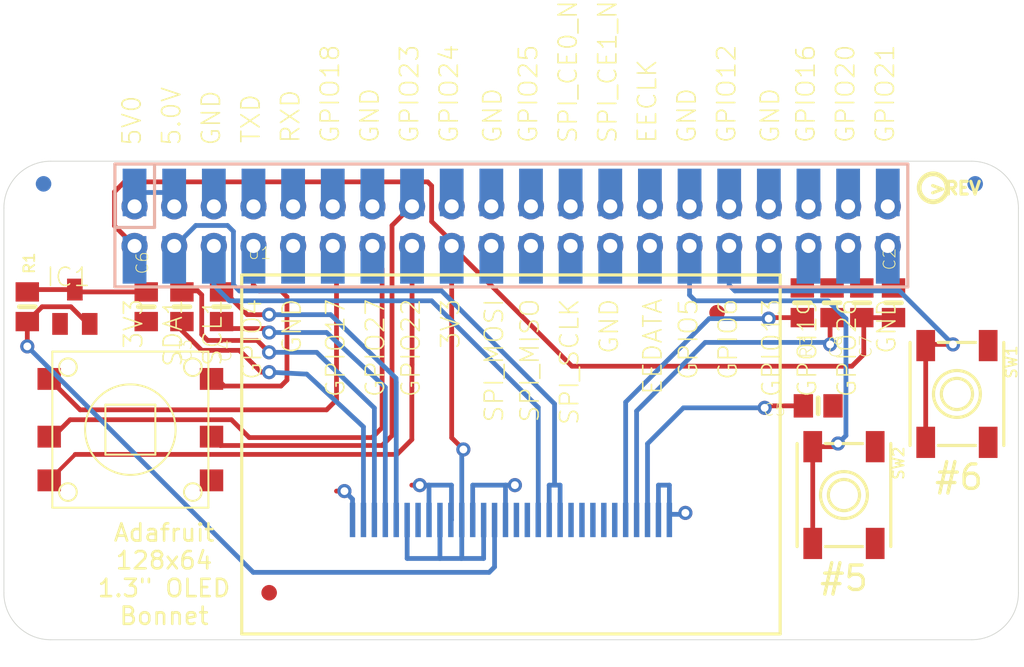
<source format=kicad_pcb>
(kicad_pcb (version 20211014) (generator pcbnew)
  (layers (0 "F.Cu" signal) (31 "B.Cu" signal) (34 "B.Paste" user) (35 "F.Paste" user) (36 "B.SilkS" user "B.Silkscreen") (37 "F.SilkS" user "F.Silkscreen") (38 "B.Mask" user) (39 "F.Mask" user) (44 "Edge.Cuts" user))
  (net 0 "")
  (net 1 "SCL")
  (net 2 "SDA")
  (net 3 "GND")
  (net 4 "RST")
  (net 5 "3.3V")
  (net 6 "N$3")
  (net 7 "N$4")
  (net 8 "N$5")
  (net 9 "N$6")
  (net 10 "N$7")
  (net 11 "N$11")
  (net 12 "N$12")
  (net 13 "5.0V")
  (net 14 "GPIO23")
  (net 15 "GPIO17")
  (net 16 "GPIO27")
  (net 17 "GPIO22")
  (net 18 "GPIO4")
  (net 19 "GPIO5")
  (net 20 "GPIO6")
  (footprint "boardEagle:0805-NO" (layer "F.Cu") (at 167.1567 98.7438 -90)
    (fp_text reference "R3" (at 2.032 -0.254 90) (layer "F.SilkS") (effects (font (size 0.75948 0.75948) (thickness 0.05332)) (justify right)))
    (fp_text value "390K")
    (pad "1" smd rect (at -0.95 0 270) (size 1.24 1.5) (layers "F.Cu" "F.Paste" "F.Mask") (net 3 "GND"))
    (pad "2" smd rect (at 0.95 0 270) (size 1.24 1.5) (layers "F.Cu" "F.Paste" "F.Mask") (net 6 "N$3"))
  )
  (footprint "boardEagle:FIDUCIAL_1MM" (layer "F.Cu") (at 132.9965 117.3216)
    (fp_text reference "FID2" hide)
    (fp_text value "FIDUCIAL_1MM" hide)
    (pad "1" smd roundrect (at 0 0) (size 1 1) (layers "F.Cu" "F.Mask") (roundrect_rratio 0.5))
  )
  (footprint "boardEagle:0805-NO" (layer "F.Cu") (at 127.4057 98.9978 -90)
    (fp_text reference "C3" (at 2.032 -0.254 90) (layer "F.SilkS") (effects (font (size 0.75948 0.75948) (thickness 0.05332)) (justify right)))
    (fp_text value "2.2uF")
    (pad "1" smd rect (at -0.95 0 270) (size 1.24 1.5) (layers "F.Cu" "F.Paste" "F.Mask") (net 8 "N$5"))
    (pad "2" smd rect (at 0.95 0 270) (size 1.24 1.5) (layers "F.Cu" "F.Paste" "F.Mask") (net 7 "N$4"))
  )
  (footprint "boardEagle:0805-NO" (layer "F.Cu") (at 117.4997 98.9978 90)
    (fp_text reference "R1" (at 2.032 0.127 90) (layer "F.SilkS") (effects (font (size 0.692831 0.692831) (thickness 0.119969)) (justify left)))
    (fp_text value "10K")
    (pad "1" smd rect (at -0.95 0 90) (size 1.24 1.5) (layers "F.Cu" "F.Paste" "F.Mask") (net 4 "RST"))
    (pad "2" smd rect (at 0.95 0 90) (size 1.24 1.5) (layers "F.Cu" "F.Paste" "F.Mask") (net 5 "3.3V"))
  )
  (footprint "boardEagle:EVQ-Q2_SMALLER" (layer "F.Cu") (at 169.8237 111.0628 -90)
    (fp_text reference "SW2" (at -3.175 -3.5 90) (layer "F.SilkS") (effects (font (size 0.692831 0.692831) (thickness 0.119969)) (justify right)))
    (fp_text value "EVQQ")
    (pad "A" smd rect (at -3.1 2 270) (size 2 1.2) (layers "F.Cu" "F.Paste" "F.Mask") (net 19 "GPIO5"))
    (pad "A'" smd rect (at 3.1 2 270) (size 2 1.2) (layers "F.Cu" "F.Paste" "F.Mask") (net 19 "GPIO5"))
    (pad "B" smd rect (at -3.1 -2 270) (size 2 1.2) (layers "F.Cu" "F.Paste" "F.Mask") (net 3 "GND"))
    (pad "B'" smd rect (at 3.1 -2 270) (size 2 1.2) (layers "F.Cu" "F.Paste" "F.Mask") (net 3 "GND"))
  )
  (footprint "boardEagle:EVQ-Q2_SMALLER" (layer "F.Cu") (at 177.0627 104.5858 -90)
    (fp_text reference "SW1" (at -3.175 -3.5 90) (layer "F.SilkS") (effects (font (size 0.692831 0.692831) (thickness 0.119969)) (justify right)))
    (fp_text value "EVQQ")
    (pad "A" smd rect (at -3.1 2 270) (size 2 1.2) (layers "F.Cu" "F.Paste" "F.Mask") (net 20 "GPIO6"))
    (pad "A'" smd rect (at 3.1 2 270) (size 2 1.2) (layers "F.Cu" "F.Paste" "F.Mask") (net 20 "GPIO6"))
    (pad "B" smd rect (at -3.1 -2 270) (size 2 1.2) (layers "F.Cu" "F.Paste" "F.Mask") (net 3 "GND"))
    (pad "B'" smd rect (at 3.1 -2 270) (size 2 1.2) (layers "F.Cu" "F.Paste" "F.Mask") (net 3 "GND"))
  )
  (footprint "boardEagle:0805-NO" (layer "F.Cu") (at 129.9457 98.9978 -90)
    (fp_text reference "C4" (at 2.032 -0.254 90) (layer "F.SilkS") (effects (font (size 0.75948 0.75948) (thickness 0.05332)) (justify right)))
    (fp_text value "2.2uF")
    (pad "1" smd rect (at -0.95 0 270) (size 1.24 1.5) (layers "F.Cu" "F.Paste" "F.Mask") (net 10 "N$7"))
    (pad "2" smd rect (at 0.95 0 270) (size 1.24 1.5) (layers "F.Cu" "F.Paste" "F.Mask") (net 9 "N$6"))
  )
  (footprint "boardEagle:PI_BONNET_THMSMT" (layer "F.Cu") (at 116.0011 120.3338)
    (fp_text reference "RPI1" hide)
    (fp_text value "RASPBERRYPI_BPLUS_BONNET_THMSMT" hide)
    (fp_text user "SPI_CE1_N" (at 39.3576 -31.7378 90) (layer "F.SilkS") (effects (font (size 1.1684 1.1684) (thickness 0.1016)) (justify left bottom)))
    (fp_text user "GPIO13" (at 48.5016 -21.9334 90) (layer "F.SilkS") (effects (font (size 1.1684 1.1684) (thickness 0.1016)) (justify right top)))
    (fp_text user "GPIO16" (at 52.0576 -31.7378 90) (layer "F.SilkS") (effects (font (size 1.1684 1.1684) (thickness 0.1016)) (justify left bottom)))
    (fp_text user "GND" (at 55.8676 -21.9334 90) (layer "F.SilkS") (effects (font (size 1.1684 1.1684) (thickness 0.1016)) (justify right top)))
    (fp_text user "GPIO24" (at 29.1976 -31.7378 90) (layer "F.SilkS") (effects (font (size 1.1684 1.1684) (thickness 0.1016)) (justify left bottom)))
    (fp_text user "EEDATA" (at 40.8816 -21.9334 90) (layer "F.SilkS") (effects (font (size 1.1684 1.1684) (thickness 0.1016)) (justify right top)))
    (fp_text user "GPIO6" (at 45.7076 -21.9334 90) (layer "F.SilkS") (effects (font (size 1.1684 1.1684) (thickness 0.1016)) (justify right top)))
    (fp_text user "GPIO22" (at 25.3876 -21.9334 90) (layer "F.SilkS") (effects (font (size 1.1684 1.1684) (thickness 0.1016)) (justify right top)))
    (fp_text user "3V3" (at 27.9276 -21.9334 90) (layer "F.SilkS") (effects (font (size 1.1684 1.1684) (thickness 0.1016)) (justify right top)))
    (fp_text user "RXD" (at 19.0376 -31.7378 90) (layer "F.SilkS") (effects (font (size 1.1684 1.1684) (thickness 0.1016)) (justify left bottom)))
    (fp_text user "SPI_MOSI" (at 30.7216 -21.9334 90) (layer "F.SilkS") (effects (font (size 1.1684 1.1684) (thickness 0.1016)) (justify right top)))
    (fp_text user "GPIO18" (at 21.5776 -31.7378 90) (layer "F.SilkS") (effects (font (size 1.1684 1.1684) (thickness 0.1016)) (justify left bottom)))
    (fp_text user "SPI_SCLK" (at 35.5476 -21.9334 90) (layer "F.SilkS") (effects (font (size 1.1684 1.1684) (thickness 0.1016)) (justify right top)))
    (fp_text user "GND" (at 17.7676 -21.9334 90) (layer "F.SilkS") (effects (font (size 1.1684 1.1684) (thickness 0.1016)) (justify right top)))
    (fp_text user "GPIO21" (at 57.1376 -31.7378 90) (layer "F.SilkS") (effects (font (size 1.1684 1.1684) (thickness 0.1016)) (justify left bottom)))
    (fp_text user "SCL1" (at 12.6876 -21.9334 90) (layer "F.SilkS") (effects (font (size 1.1684 1.1684) (thickness 0.1016)) (justify right top)))
    (fp_text user "SPI_CE0_N" (at 36.8176 -31.7378 90) (layer "F.SilkS") (effects (font (size 1.1684 1.1684) (thickness 0.1016)) (justify left bottom)))
    (fp_text user "GND" (at 24.1176 -31.7378 90) (layer "F.SilkS") (effects (font (size 1.1684 1.1684) (thickness 0.1016)) (justify left bottom)))
    (fp_text user "SPI_MISO" (at 33.0076 -21.9334 90) (layer "F.SilkS") (effects (font (size 1.1684 1.1684) (thickness 0.1016)) (justify right top)))
    (fp_text user "GND" (at 13.9576 -31.5854 90) (layer "F.SilkS") (effects (font (size 1.1684 1.1684) (thickness 0.1016)) (justify left bottom)))
    (fp_text user "GND" (at 49.7716 -31.7378 90) (layer "F.SilkS") (effects (font (size 1.1684 1.1684) (thickness 0.1016)) (justify left bottom)))
    (fp_text user "5V0" (at 8.8776 -31.5854 90) (layer "F.SilkS") (effects (font (size 1.1684 1.1684) (thickness 0.1016)) (justify left bottom)))
    (fp_text user "EECLK" (at 41.8976 -31.7378 90) (layer "F.SilkS") (effects (font (size 1.1684 1.1684) (thickness 0.1016)) (justify left bottom)))
    (fp_text user "5.0V" (at 11.4176 -31.5854 90) (layer "F.SilkS") (effects (font (size 1.1684 1.1684) (thickness 0.1016)) (justify left bottom)))
    (fp_text user "GPIO17" (at 20.5616 -21.9334 90) (layer "F.SilkS") (effects (font (size 1.1684 1.1684) (thickness 0.1016)) (justify right top)))
    (fp_text user "GPIO12" (at 46.9776 -31.7378 90) (layer "F.SilkS") (effects (font (size 1.1684 1.1684) (thickness 0.1016)) (justify left bottom)))
    (fp_text user "GND" (at 38.0876 -21.9334 90) (layer "F.SilkS") (effects (font (size 1.1684 1.1684) (thickness 0.1016)) (justify right top)))
    (fp_text user "TXD" (at 16.4976 -31.7378 90) (layer "F.SilkS") (effects (font (size 1.1684 1.1684) (thickness 0.1016)) (justify left bottom)))
    (fp_text user "GPIO27" (at 23.1016 -21.9334 90) (layer "F.SilkS") (effects (font (size 1.1684 1.1684) (thickness 0.1016)) (justify right top)))
    (fp_text user "SDA1" (at 10.1476 -21.9334 90) (layer "F.SilkS") (effects (font (size 1.1684 1.1684) (thickness 0.1016)) (justify right top)))
    (fp_text user "3V3" (at 7.6076 -21.9334 90) (layer "F.SilkS") (effects (font (size 1.1684 1.1684) (thickness 0.1016)) (justify right top)))
    (fp_text user "GPIO25" (at 34.2776 -31.7378 90) (layer "F.SilkS") (effects (font (size 1.1684 1.1684) (thickness 0.1016)) (justify left bottom)))
    (fp_text user "GPIO26" (at 53.3276 -21.9334 90) (layer "F.SilkS") (effects (font (size 1.1684 1.1684) (thickness 0.1016)) (justify right top)))
    (fp_text user "GPIO20" (at 54.5976 -31.7378 90) (layer "F.SilkS") (effects (font (size 1.1684 1.1684) (thickness 0.1016)) (justify left bottom)))
    (fp_text user "GND" (at 44.4376 -31.7378 90) (layer "F.SilkS") (effects (font (size 1.1684 1.1684) (thickness 0.1016)) (justify left bottom)))
    (fp_text user "GPIO4" (at 15.2276 -21.9334 90) (layer "F.SilkS") (effects (font (size 1.1684 1.1684) (thickness 0.1016)) (justify right top)))
    (fp_text user "GPIO5" (at 43.1676 -21.9334 90) (layer "F.SilkS") (effects (font (size 1.1684 1.1684) (thickness 0.1016)) (justify right top)))
    (fp_text user "GPIO23" (at 26.6576 -31.7378 90) (layer "F.SilkS") (effects (font (size 1.1684 1.1684) (thickness 0.1016)) (justify left bottom)))
    (fp_text user "GND" (at 31.9916 -31.7378 90) (layer "F.SilkS") (effects (font (size 1.1684 1.1684) (thickness 0.1016)) (justify left bottom)))
    (fp_text user "GPOI19" (at 50.7876 -21.9334 90) (layer "F.SilkS") (effects (font (size 1.1684 1.1684) (thickness 0.1016)) (justify right top)))
    (fp_line (start 0 -27.6604) (end 0 -3) (layer "Edge.Cuts") (width 0.05))
    (fp_line (start 62 -30.6604) (end 3 -30.6604) (layer "Edge.Cuts") (width 0.05))
    (fp_line (start 65 -3) (end 65 -27.6604) (layer "Edge.Cuts") (width 0.05))
    (fp_line (start 3 0) (end 62 0) (layer "Edge.Cuts") (width 0.05))
    (fp_arc (start 0 -27.6604) (mid 0.87868 -29.78172) (end 3 -30.6604) (layer "Edge.Cuts") (width 0.05))
    (fp_arc (start 3 0) (mid 0.87868 -0.87868) (end 0 -3) (layer "Edge.Cuts") (width 0.05))
    (fp_arc (start 62 -30.6604) (mid 64.12132 -29.78172) (end 65 -27.6604) (layer "Edge.Cuts") (width 0.05))
    (fp_arc (start 65 -3) (mid 64.12132 -0.87868) (end 62 0) (layer "Edge.Cuts") (width 0.05))
    (pad "" np_thru_hole circle (at 3.5 -3.5) (size 2.8 2.8) (drill 2.8) (layers *.Cu *.Mask))
    (pad "" np_thru_hole circle (at 3.5 -26.5) (size 2.8 2.8) (drill 2.8) (layers *.Cu *.Mask))
    (pad "" np_thru_hole circle (at 61.5 -3.5) (size 2.8 2.8) (drill 2.8) (layers *.Cu *.Mask))
    (pad "" np_thru_hole circle (at 61.5 -26.5) (size 2.8 2.8) (drill 2.8) (layers *.Cu *.Mask))
    (pad "1" thru_hole circle (at 8.37 -25.23) (size 1.6764 1.6764) (drill 0.9) (layers *.Cu *.Mask) (net 5 "3.3V"))
    (pad "2" thru_hole circle (at 8.37 -27.77) (size 1.6764 1.6764) (drill 0.9) (layers *.Cu *.Mask) (net 13 "5.0V"))
    (pad "3" thru_hole circle (at 10.91 -25.23) (size 1.6764 1.6764) (drill 0.9) (layers *.Cu *.Mask) (net 2 "SDA"))
    (pad "4" thru_hole circle (at 10.91 -27.77) (size 1.6764 1.6764) (drill 0.9) (layers *.Cu *.Mask) (net 13 "5.0V"))
    (pad "5" thru_hole circle (at 13.45 -25.23) (size 1.6764 1.6764) (drill 0.9) (layers *.Cu *.Mask) (net 1 "SCL"))
    (pad "6" thru_hole circle (at 13.45 -27.77) (size 1.6764 1.6764) (drill 0.9) (layers *.Cu *.Mask) (net 3 "GND"))
    (pad "7" thru_hole circle (at 15.99 -25.23) (size 1.6764 1.6764) (drill 0.9) (layers *.Cu *.Mask) (net 18 "GPIO4"))
    (pad "8" thru_hole circle (at 15.99 -27.77) (size 1.6764 1.6764) (drill 0.9) (layers *.Cu *.Mask))
    (pad "9" thru_hole circle (at 18.53 -25.23) (size 1.6764 1.6764) (drill 0.9) (layers *.Cu *.Mask) (net 3 "GND"))
    (pad "10" thru_hole circle (at 18.53 -27.77) (size 1.6764 1.6764) (drill 0.9) (layers *.Cu *.Mask))
    (pad "11" thru_hole circle (at 21.07 -25.23) (size 1.6764 1.6764) (drill 0.9) (layers *.Cu *.Mask) (net 15 "GPIO17"))
    (pad "12" thru_hole circle (at 21.07 -27.77) (size 1.6764 1.6764) (drill 0.9) (layers *.Cu *.Mask))
    (pad "13" thru_hole circle (at 23.61 -25.23) (size 1.6764 1.6764) (drill 0.9) (layers *.Cu *.Mask) (net 16 "GPIO27"))
    (pad "14" thru_hole circle (at 23.61 -27.77) (size 1.6764 1.6764) (drill 0.9) (layers *.Cu *.Mask) (net 3 "GND"))
    (pad "15" thru_hole circle (at 26.15 -25.23) (size 1.6764 1.6764) (drill 0.9) (layers *.Cu *.Mask) (net 17 "GPIO22"))
    (pad "16" thru_hole circle (at 26.15 -27.77) (size 1.6764 1.6764) (drill 0.9) (layers *.Cu *.Mask) (net 14 "GPIO23"))
    (pad "17" thru_hole circle (at 28.69 -25.23) (size 1.6764 1.6764) (drill 0.9) (layers *.Cu *.Mask) (net 5 "3.3V"))
    (pad "18" thru_hole circle (at 28.69 -27.77) (size 1.6764 1.6764) (drill 0.9) (layers *.Cu *.Mask))
    (pad "19" thru_hole circle (at 31.23 -25.23) (size 1.6764 1.6764) (drill 0.9) (layers *.Cu *.Mask))
    (pad "20" thru_hole circle (at 31.23 -27.77) (size 1.6764 1.6764) (drill 0.9) (layers *.Cu *.Mask) (net 3 "GND"))
    (pad "21" thru_hole circle (at 33.77 -25.23) (size 1.6764 1.6764) (drill 0.9) (layers *.Cu *.Mask))
    (pad "22" thru_hole circle (at 33.77 -27.77) (size 1.6764 1.6764) (drill 0.9) (layers *.Cu *.Mask))
    (pad "23" thru_hole circle (at 36.31 -25.23) (size 1.6764 1.6764) (drill 0.9) (layers *.Cu *.Mask))
    (pad "24" thru_hole circle (at 36.31 -27.77) (size 1.6764 1.6764) (drill 0.9) (layers *.Cu *.Mask))
    (pad "25" thru_hole circle (at 38.85 -25.23) (size 1.6764 1.6764) (drill 0.9) (layers *.Cu *.Mask) (net 3 "GND"))
    (pad "26" thru_hole circle (at 38.85 -27.77) (size 1.6764 1.6764) (drill 0.9) (layers *.Cu *.Mask))
    (pad "27" thru_hole circle (at 41.39 -25.23) (size 1.6764 1.6764) (drill 0.9) (layers *.Cu *.Mask))
    (pad "28" thru_hole circle (at 41.39 -27.77) (size 1.6764 1.6764) (drill 0.9) (layers *.Cu *.Mask))
    (pad "29" thru_hole circle (at 43.93 -25.23) (size 1.6764 1.6764) (drill 0.9) (layers *.Cu *.Mask) (net 19 "GPIO5"))
    (pad "30" thru_hole circle (at 43.93 -27.77) (size 1.6764 1.6764) (drill 0.9) (layers *.Cu *.Mask) (net 3 "GND"))
    (pad "31" thru_hole circle (at 46.47 -25.23) (size 1.6764 1.6764) (drill 0.9) (layers *.Cu *.Mask) (net 20 "GPIO6"))
    (pad "32" thru_hole circle (at 46.47 -27.77) (size 1.6764 1.6764) (drill 0.9) (layers *.Cu *.Mask))
    (pad "33" thru_hole circle (at 49.01 -25.23) (size 1.6764 1.6764) (drill 0.9) (layers *.Cu *.Mask))
    (pad "34" thru_hole circle (at 49.01 -27.77) (size 1.6764 1.6764) (drill 0.9) (layers *.Cu *.Mask) (net 3 "GND"))
    (pad "35" thru_hole circle (at 51.55 -25.23) (size 1.6764 1.6764) (drill 0.9) (layers *.Cu *.Mask))
    (pad "36" thru_hole circle (at 51.55 -27.77) (size 1.6764 1.6764) (drill 0.9) (layers *.Cu *.Mask))
    (pad "37" thru_hole circle (at 54.09 -25.23) (size 1.6764 1.6764) (drill 0.9) (layers *.Cu *.Mask))
    (pad "38" thru_hole circle (at 54.09 -27.77) (size 1.6764 1.6764) (drill 0.9) (layers *.Cu *.Mask))
    (pad "39" thru_hole circle (at 56.63 -25.23) (size 1.6764 1.6764) (drill 0.9) (layers *.Cu *.Mask) (net 3 "GND"))
    (pad "40" thru_hole circle (at 56.63 -27.77) (size 1.6764 1.6764) (drill 0.9) (layers *.Cu *.Mask))
    (pad "41" smd roundrect (at 2.54 -29.21 180) (size 1 1) (layers "B.Cu" "B.Mask") (roundrect_rratio 0.5))
    (pad "42" smd roundrect (at 62.23 -29.21 180) (size 1 1) (layers "B.Cu" "B.Mask") (roundrect_rratio 0.5))
    (pad "S1" smd rect (at 8.3696 -24.3394 270) (size 3.048 1.524) (layers "B.Cu" "B.Mask") (net 5 "3.3V"))
    (pad "S2" smd rect (at 8.3696 -28.6574 270) (size 3.048 1.524) (layers "B.Cu" "B.Mask") (net 13 "5.0V"))
    (pad "S3" smd rect (at 10.9096 -24.3394 90) (size 3.048 1.524) (layers "B.Cu" "B.Mask") (net 2 "SDA"))
    (pad "S4" smd rect (at 10.9096 -28.6574 270) (size 3.048 1.524) (layers "B.Cu" "B.Mask") (net 13 "5.0V"))
    (pad "S5" smd rect (at 13.4496 -24.3394 90) (size 3.048 1.524) (layers "B.Cu" "B.Mask") (net 1 "SCL"))
    (pad "S6" smd rect (at 13.4496 -28.6574 270) (size 3.048 1.524) (layers "B.Cu" "B.Mask") (net 3 "GND"))
    (pad "S7" smd rect (at 15.9896 -24.3394 90) (size 3.048 1.524) (layers "B.Cu" "B.Mask") (net 18 "GPIO4"))
    (pad "S8" smd rect (at 15.9896 -28.6574 270) (size 3.048 1.524) (layers "B.Cu" "B.Mask"))
    (pad "S9" smd rect (at 18.5296 -24.3394 90) (size 3.048 1.524) (layers "B.Cu" "B.Mask") (net 3 "GND"))
    (pad "S10" smd rect (at 18.5296 -28.6574 270) (size 3.048 1.524) (layers "B.Cu" "B.Mask"))
    (pad "S11" smd rect (at 21.0696 -24.3394 90) (size 3.048 1.524) (layers "B.Cu" "B.Mask") (net 15 "GPIO17"))
    (pad "S12" smd rect (at 21.0696 -28.6574 270) (size 3.048 1.524) (layers "B.Cu" "B.Mask"))
    (pad "S13" smd rect (at 23.6096 -24.3394 90) (size 3.048 1.524) (layers "B.Cu" "B.Mask") (net 16 "GPIO27"))
    (pad "S14" smd rect (at 23.6096 -28.6574 270) (size 3.048 1.524) (layers "B.Cu" "B.Mask") (net 3 "GND"))
    (pad "S15" smd rect (at 26.1496 -24.3394 90) (size 3.048 1.524) (layers "B.Cu" "B.Mask") (net 17 "GPIO22"))
    (pad "S16" smd rect (at 26.1496 -28.6574 270) (size 3.048 1.524) (layers "B.Cu" "B.Mask") (net 14 "GPIO23"))
    (pad "S17" smd rect (at 28.6896 -24.3394 90) (size 3.048 1.524) (layers "B.Cu" "B.Mask") (net 5 "3.3V"))
    (pad "S18" smd rect (at 28.6896 -28.6574 270) (size 3.048 1.524) (layers "B.Cu" "B.Mask"))
    (pad "S19" smd rect (at 31.2296 -24.3394 90) (size 3.048 1.524) (layers "B.Cu" "B.Mask"))
    (pad "S20" smd rect (at 31.2296 -28.6574 270) (size 3.048 1.524) (layers "B.Cu" "B.Mask") (net 3 "GND"))
    (pad "S21" smd rect (at 33.7696 -24.3394 90) (size 3.048 1.524) (layers "B.Cu" "B.Mask"))
    (pad "S22" smd rect (at 33.7696 -28.6574 270) (size 3.048 1.524) (layers "B.Cu" "B.Mask"))
    (pad "S23" smd rect (at 36.3096 -24.3394 90) (size 3.048 1.524) (layers "B.Cu" "B.Mask"))
    (pad "S24" smd rect (at 36.3096 -28.6574 270) (size 3.048 1.524) (layers "B.Cu" "B.Mask"))
    (pad "S25" smd rect (at 38.8496 -24.3394 90) (size 3.048 1.524) (layers "B.Cu" "B.Mask") (net 3 "GND"))
    (pad "S26" smd rect (at 38.8496 -28.6574 270) (size 3.048 1.524) (layers "B.Cu" "B.Mask"))
    (pad "S27" smd rect (at 41.3896 -24.3394 90) (size 3.048 1.524) (layers "B.Cu" "B.Mask"))
    (pad "S28" smd rect (at 41.3896 -28.6574 270) (size 3.048 1.524) (layers "B.Cu" "B.Mask"))
    (pad "S29" smd rect (at 43.9296 -24.3394 90) (size 3.048 1.524) (layers "B.Cu" "B.Mask") (net 19 "GPIO5"))
    (pad "S30" smd rect (at 43.9296 -28.6574 270) (size 3.048 1.524) (layers "B.Cu" "B.Mask") (net 3 "GND"))
    (pad "S31" smd rect (at 46.4696 -24.3394 90) (size 3.048 1.524) (layers "B.Cu" "B.Mask") (net 20 "GPIO6"))
    (pad "S32" smd rect (at 46.4696 -28.6574 270) (size 3.048 1.524) (layers "B.Cu" "B.Mask"))
    (pad "S33" smd rect (at 49.0096 -24.3394 90) (size 3.048 1.524) (layers "B.Cu" "B.Mask"))
    (pad "S34" smd rect (at 49.0096 -28.6574 270) (size 3.048 1.524) (layers "B.Cu" "B.Mask") (net 3 "GND"))
    (pad "S35" smd rect (at 51.5496 -24.3394 90) (size 3.048 1.524) (layers "B.Cu" "B.Mask"))
    (pad "S36" smd rect (at 51.5496 -28.6574 270) (size 3.048 1.524) (layers "B.Cu" "B.Mask"))
    (pad "S37" smd rect (at 54.0896 -24.3394 90) (size 3.048 1.524) (layers "B.Cu" "B.Mask"))
    (pad "S38" smd rect (at 54.0896 -28.6574 270) (size 3.048 1.524) (layers "B.Cu" "B.Mask"))
    (pad "S39" smd rect (at 56.6296 -24.3394 90) (size 3.048 1.524) (layers "B.Cu" "B.Mask") (net 3 "GND"))
    (pad "S40" smd rect (at 56.6296 -28.6574 270) (size 3.048 1.524) (layers "B.Cu" "B.Mask"))
  )
  (footprint "boardEagle:FIDUCIAL_1MM" (layer "F.Cu") (at 161.6957 99.3788)
    (fp_text reference "FID1" hide)
    (fp_text value "FIDUCIAL_1MM" hide)
    (pad "1" smd roundrect (at 0 0) (size 1 1) (layers "F.Cu" "F.Mask") (roundrect_rratio 0.5))
  )
  (footprint "boardEagle:SOT23" (layer "F.Cu") (at 120.5477 98.9978)
    (fp_text reference "IC1" (at -1.905 -1.905) (layer "F.SilkS") (effects (font (size 1.176528 1.176528) (thickness 0.093472)) (justify left)))
    (fp_text value "APX803")
    (pad "1" smd rect (at -0.95 1.1) (size 1 1.4) (layers "F.Cu" "F.Paste" "F.Mask") (net 3 "GND"))
    (pad "2" smd rect (at 0.95 1.1) (size 1 1.4) (layers "F.Cu" "F.Paste" "F.Mask") (net 4 "RST"))
    (pad "3" smd rect (at 0 -1.1) (size 1 1.4) (layers "F.Cu" "F.Paste" "F.Mask") (net 5 "3.3V"))
  )
  (footprint "boardEagle:0805-NO" (layer "F.Cu") (at 168.1727 105.3478 180)
    (fp_text reference "C5" (at 2.032 -0.254) (layer "F.SilkS") (effects (font (size 0.75948 0.75948) (thickness 0.05332)) (justify right)))
    (fp_text value "10uF")
    (pad "1" smd rect (at -0.95 0 180) (size 1.24 1.5) (layers "F.Cu" "F.Paste" "F.Mask") (net 3 "GND"))
    (pad "2" smd rect (at 0.95 0 180) (size 1.24 1.5) (layers "F.Cu" "F.Paste" "F.Mask") (net 11 "N$11"))
  )
  (footprint "boardEagle:PCBFEAT-REV-040" (layer "F.Cu") (at 175.5387 91.3778)
    (fp_text reference "U$2" hide)
    (fp_text value "" hide)
    (fp_text user ">REV" (at -0.3556 0.508) (layer "F.SilkS") (effects (font (size 0.8128 0.8128) (thickness 0.2032)) (justify left bottom)))
  )
  (footprint "boardEagle:0805-NO" (layer "F.Cu") (at 172.9987 98.7438 90)
    (fp_text reference "C2" (at 2.032 -0.254 90) (layer "F.SilkS") (effects (font (size 0.75948 0.75948) (thickness 0.05332)) (justify left)))
    (fp_text value "10uF")
    (pad "1" smd rect (at -0.95 0 90) (size 1.24 1.5) (layers "F.Cu" "F.Paste" "F.Mask") (net 5 "3.3V"))
    (pad "2" smd rect (at 0.95 0 90) (size 1.24 1.5) (layers "F.Cu" "F.Paste" "F.Mask") (net 3 "GND"))
  )
  (footprint "boardEagle:SKQUBAE010" (layer "F.Cu") (at 124.1037 106.8718)
    (fp_text reference "SW3" hide)
    (fp_text value "NAVSWITCHSKQUABAUE010" hide)
    (pad "1" smd rect (at -5.2 -3.25 180) (size 1.5 1.4) (layers "F.Cu" "F.Paste" "F.Mask") (net 15 "GPIO17"))
    (pad "2" smd rect (at -5.2 0.45 180) (size 1.5 1.4) (layers "F.Cu" "F.Paste" "F.Mask") (net 16 "GPIO27"))
    (pad "3" smd rect (at -5.2 3.25 180) (size 1.5 1.4) (layers "F.Cu" "F.Paste" "F.Mask") (net 17 "GPIO22"))
    (pad "4" smd rect (at 5.2 3.25 180) (size 1.5 1.4) (layers "F.Cu" "F.Paste" "F.Mask") (net 3 "GND"))
    (pad "5" smd rect (at 5.2 0.45 180) (size 1.5 1.4) (layers "F.Cu" "F.Paste" "F.Mask") (net 14 "GPIO23"))
    (pad "6" smd rect (at 5.2 -3.25 180) (size 1.5 1.4) (layers "F.Cu" "F.Paste" "F.Mask") (net 18 "GPIO4"))
  )
  (footprint "boardEagle:0805-NO" (layer "F.Cu") (at 169.0617 98.7438 -90)
    (fp_text reference "C8" (at 2.032 -0.254 90) (layer "F.SilkS") (effects (font (size 0.75948 0.75948) (thickness 0.05332)) (justify right)))
    (fp_text value "2.2uF")
    (pad "1" smd rect (at -0.95 0 270) (size 1.24 1.5) (layers "F.Cu" "F.Paste" "F.Mask") (net 3 "GND"))
    (pad "2" smd rect (at 0.95 0 270) (size 1.24 1.5) (layers "F.Cu" "F.Paste" "F.Mask") (net 12 "N$12"))
  )
  (footprint "boardEagle:0805-NO" (layer "F.Cu") (at 125.1197 98.9978 90)
    (fp_text reference "C6" (at 2.032 -0.254 90) (layer "F.SilkS") (effects (font (size 0.75948 0.75948) (thickness 0.05332)) (justify left)))
    (fp_text value "2.2uF")
    (pad "1" smd rect (at -0.95 0 90) (size 1.24 1.5) (layers "F.Cu" "F.Paste" "F.Mask") (net 3 "GND"))
    (pad "2" smd rect (at 0.95 0 90) (size 1.24 1.5) (layers "F.Cu" "F.Paste" "F.Mask") (net 5 "3.3V"))
  )
  (footprint "boardEagle:UG-2864HSWEG01_1.3_WRAPAROUND" (layer "F.Cu") (at 148.4877 112.4598)
    (fp_text reference "U1" (at -16.9 -16.9) (layer "F.SilkS") (effects (font (size 0.75948 0.75948) (thickness 0.05332)) (justify left)))
    (fp_text value "UG-2864HSWEG01")
    (pad "" np_thru_hole circle (at -8 4.45) (size 0.4 0.4) (drill 0.4) (layers *.Cu *.Mask))
    (pad "" np_thru_hole circle (at 8 4.45) (size 0.4 0.4) (drill 0.4) (layers *.Cu *.Mask))
    (pad "1" smd rect (at -10.15 0.2 90) (size 2.2 0.35) (layers "B.Cu" "B.Paste" "B.Mask") (net 3 "GND"))
    (pad "2" smd rect (at -9.45 0.2 90) (size 2.2 0.35) (layers "B.Cu" "B.Paste" "B.Mask") (net 7 "N$4"))
    (pad "3" smd rect (at -8.75 0.2 90) (size 2.2 0.35) (layers "B.Cu" "B.Paste" "B.Mask") (net 8 "N$5"))
    (pad "4" smd rect (at -8.05 0.2 90) (size 2.2 0.35) (layers "B.Cu" "B.Paste" "B.Mask") (net 9 "N$6"))
    (pad "5" smd rect (at -7.35 0.2 90) (size 2.2 0.35) (layers "B.Cu" "B.Paste" "B.Mask") (net 10 "N$7"))
    (pad "6" smd rect (at -6.65 0.2 90) (size 2.2 0.35) (layers "B.Cu" "B.Paste" "B.Mask") (net 5 "3.3V"))
    (pad "7" smd rect (at -5.95 0.2 90) (size 2.2 0.35) (layers "B.Cu" "B.Paste" "B.Mask"))
    (pad "8" smd rect (at -5.25 0.2 90) (size 2.2 0.35) (layers "B.Cu" "B.Paste" "B.Mask") (net 3 "GND"))
    (pad "9" smd rect (at -4.55 0.2 90) (size 2.2 0.35) (layers "B.Cu" "B.Paste" "B.Mask") (net 5 "3.3V"))
    (pad "10" smd rect (at -3.85 0.2 90) (size 2.2 0.35) (layers "B.Cu" "B.Paste" "B.Mask") (net 3 "GND"))
    (pad "11" smd rect (at -3.15 0.2 90) (size 2.2 0.35) (layers "B.Cu" "B.Paste" "B.Mask") (net 5 "3.3V"))
    (pad "12" smd rect (at -2.45 0.2 90) (size 2.2 0.35) (layers "B.Cu" "B.Paste" "B.Mask") (net 3 "GND"))
    (pad "13" smd rect (at -1.75 0.2 90) (size 2.2 0.35) (layers "B.Cu" "B.Paste" "B.Mask") (net 5 "3.3V"))
    (pad "14" smd rect (at -1.05 0.2 90) (size 2.2 0.35) (layers "B.Cu" "B.Paste" "B.Mask") (net 4 "RST"))
    (pad "15" smd rect (at -0.35 0.2 90) (size 2.2 0.35) (layers "B.Cu" "B.Paste" "B.Mask") (net 3 "GND"))
    (pad "16" smd rect (at 0.35 0.2 90) (size 2.2 0.35) (layers "B.Cu" "B.Paste" "B.Mask"))
    (pad "17" smd rect (at 1.05 0.2 90) (size 2.2 0.35) (layers "B.Cu" "B.Paste" "B.Mask"))
    (pad "18" smd rect (at 1.75 0.2 90) (size 2.2 0.35) (layers "B.Cu" "B.Paste" "B.Mask") (net 1 "SCL"))
    (pad "19" smd rect (at 2.45 0.2 90) (size 2.2 0.35) (layers "B.Cu" "B.Paste" "B.Mask") (net 2 "SDA"))
    (pad "20" smd rect (at 3.15 0.2 90) (size 2.2 0.35) (layers "B.Cu" "B.Paste" "B.Mask") (net 2 "SDA"))
    (pad "21" smd rect (at 3.85 0.2 90) (size 2.2 0.35) (layers "B.Cu" "B.Paste" "B.Mask"))
    (pad "22" smd rect (at 4.55 0.2 90) (size 2.2 0.35) (layers "B.Cu" "B.Paste" "B.Mask"))
    (pad "23" smd rect (at 5.25 0.2 90) (size 2.2 0.35) (layers "B.Cu" "B.Paste" "B.Mask"))
    (pad "24" smd rect (at 5.95 0.2 90) (size 2.2 0.35) (layers "B.Cu" "B.Paste" "B.Mask"))
    (pad "25" smd rect (at 6.65 0.2 90) (size 2.2 0.35) (layers "B.Cu" "B.Paste" "B.Mask"))
    (pad "26" smd rect (at 7.35 0.2 90) (size 2.2 0.35) (layers "B.Cu" "B.Paste" "B.Mask") (net 6 "N$3"))
    (pad "27" smd rect (at 8.05 0.2 90) (size 2.2 0.35) (layers "B.Cu" "B.Paste" "B.Mask") (net 12 "N$12"))
    (pad "28" smd rect (at 8.75 0.2 90) (size 2.2 0.35) (layers "B.Cu" "B.Paste" "B.Mask") (net 11 "N$11"))
    (pad "29" smd rect (at 9.45 0.2 90) (size 2.2 0.35) (layers "B.Cu" "B.Paste" "B.Mask") (net 3 "GND"))
    (pad "30" smd rect (at 10.15 0.2 90) (size 2.2 0.35) (layers "B.Cu" "B.Paste" "B.Mask") (net 3 "GND"))
  )
  (footprint "boardEagle:0805-NO" (layer "F.Cu") (at 170.9667 98.7438 -90)
    (fp_text reference "C7" (at 2.032 -0.254 90) (layer "F.SilkS") (effects (font (size 0.75948 0.75948) (thickness 0.05332)) (justify right)))
    (fp_text value "2.2uF")
    (pad "1" smd rect (at -0.95 0 270) (size 1.24 1.5) (layers "F.Cu" "F.Paste" "F.Mask") (net 3 "GND"))
    (pad "2" smd rect (at 0.95 0 270) (size 1.24 1.5) (layers "F.Cu" "F.Paste" "F.Mask") (net 5 "3.3V"))
  )
  (gr_text "#5" (at 169.8237 116.3968) (layer "F.SilkS") (effects (font (size 1.56464 1.56464) (thickness 0.21336))))
  (gr_text "Adafruit\n128x64\n1.3\" OLED\nBonnet" (at 126.2627 116.1428) (layer "F.SilkS") (effects (font (size 1.1049 1.1049) (thickness 0.1651))))
  (gr_text "#6" (at 177.1897 109.9198) (layer "F.SilkS") (effects (font (size 1.56464 1.56464) (thickness 0.21336))))
  (segment (start 130.4537 98.6168) (end 143.4077 98.6168) (width 0.3048) (layer "B.Cu") (net 1))
  (segment (start 129.4507 97.6138) (end 130.4537 98.6168) (width 0.3048) (layer "B.Cu") (net 1))
  (segment (start 129.4507 95.9944) (end 129.4507 97.6138) (width 0.3048) (layer "B.Cu") (net 1))
  (segment (start 150.2377 105.4468) (end 150.2377 112.6598) (width 0.3048) (layer "B.Cu") (net 1))
  (segment (start 129.4511 95.994) (end 129.4511 95.1038) (width 0.3048) (layer "B.Cu") (net 1))
  (segment (start 143.4077 98.6168) (end 150.2377 105.4468) (width 0.3048) (layer "B.Cu") (net 1))
  (segment (start 129.4507 95.9944) (end 129.4511 95.994) (width 0.3048) (layer "B.Cu") (net 1))
  (segment (start 144.0427 97.9818) (end 151.2817 105.2208) (width 0.3048) (layer "B.Cu") (net 2))
  (segment (start 128.2947 93.7908) (end 130.3267 93.7908) (width 0.3048) (layer "B.Cu") (net 2))
  (segment (start 130.7077 94.1718) (end 130.7077 97.6008) (width 0.3048) (layer "B.Cu") (net 2))
  (segment (start 151.6377 110.4278) (end 151.6377 112.6598) (width 0.3048) (layer "B.Cu") (net 2))
  (segment (start 130.7077 97.6008) (end 131.0887 97.9818) (width 0.3048) (layer "B.Cu") (net 2))
  (segment (start 126.9107 95.1748) (end 128.2947 93.7908) (width 0.3048) (layer "B.Cu") (net 2))
  (segment (start 151.2817 110.4278) (end 151.6377 110.4278) (width 0.3048) (layer "B.Cu") (net 2))
  (segment (start 150.9377 110.4278) (end 151.2817 110.4278) (width 0.3048) (layer "B.Cu") (net 2))
  (segment (start 131.0887 97.9818) (end 144.0427 97.9818) (width 0.3048) (layer "B.Cu") (net 2))
  (segment (start 151.2817 105.2208) (end 151.2817 110.4278) (width 0.3048) (layer "B.Cu") (net 2))
  (segment (start 126.9111 95.994) (end 126.9111 95.1038) (width 0.3048) (layer "B.Cu") (net 2))
  (segment (start 150.9377 112.6598) (end 150.9377 110.4278) (width 0.3048) (layer "B.Cu") (net 2))
  (segment (start 130.3267 93.7908) (end 130.7077 94.1718) (width 0.3048) (layer "B.Cu") (net 2))
  (segment (start 126.9107 95.9944) (end 126.9111 95.994) (width 0.3048) (layer "B.Cu") (net 2))
  (segment (start 126.9107 95.9944) (end 126.9107 95.1748) (width 0.3048) (layer "B.Cu") (net 2))
  (segment (start 148.7417 110.4278) (end 148.9957 110.4278) (width 0.3048) (layer "F.Cu") (net 3))
  (segment (start 159.6637 112.2058) (end 159.9177 112.2058) (width 0.3048) (layer "F.Cu") (net 3))
  (segment (start 159.9177 112.2058) (end 159.9177 112.3328) (width 0.3048) (layer "F.Cu") (net 3))
  (segment (start 137.8197 110.8088) (end 137.3117 110.8088) (width 0.3048) (layer "F.Cu") (net 3))
  (segment (start 142.6457 110.4278) (end 142.1377 110.4278) (width 0.3048) (layer "F.Cu") (net 3))
  (via (at 159.6637 112.2058) (size 0.9064) (drill 0.5) (layers "F.Cu" "B.Cu") (net 3))
  (via (at 148.7417 110.4278) (size 0.9064) (drill 0.5) (layers "F.Cu" "B.Cu") (net 3))
  (via (at 142.6457 110.4278) (size 0.9064) (drill 0.5) (layers "F.Cu" "B.Cu") (net 3))
  (via (at 137.8197 110.8088) (size 0.9064) (drill 0.5) (layers "F.Cu" "B.Cu") (net 3))
  (segment (start 144.6777 110.4278) (end 144.6777 112.6598) (width 0.3048) (layer "B.Cu") (net 3))
  (segment (start 147.2311 91.6768) (end 147.2311 92.5638) (width 0.3048) (layer "B.Cu") (net 3))
  (segment (start 158.6377 110.4278) (end 157.9377 110.4278) (width 0.3048) (layer "B.Cu") (net 3))
  (segment (start 146.0377 110.4278) (end 146.0377 112.6598) (width 0.3048) (layer "B.Cu") (net 3))
  (segment (start 143.2377 110.4278) (end 142.6457 110.4278) (width 0.3048) (layer "B.Cu") (net 3))
  (segment (start 139.6107 91.6764) (end 139.6111 91.6768) (width 0.3048) (layer "B.Cu") (net 3))
  (segment (start 172.6311 95.994) (end 172.6311 95.1038) (width 0.3048) (layer "B.Cu") (net 3))
  (segment (start 172.6307 95.9944) (end 172.6311 95.994) (width 0.3048) (layer "B.Cu") (net 3))
  (segment (start 159.9307 91.6764) (end 159.9311 91.6768) (width 0.3048) (layer "B.Cu") (net 3))
  (segment (start 165.0107 91.6764) (end 165.0111 91.6768) (width 0.3048) (layer "B.Cu") (net 3))
  (segment (start 165.0111 91.6768) (end 165.0111 92.5638) (width 0.3048) (layer "B.Cu") (net 3))
  (segment (start 143.2377 110.4278) (end 144.6777 110.4278) (width 0.3048) (layer "B.Cu") (net 3))
  (segment (start 158.6377 112.296991) (end 158.6377 110.4278) (width 0.3048) (layer "B.Cu") (net 3))
  (segment (start 144.6777 112.6598) (end 144.6377 112.6598) (width 0.3048) (layer "B.Cu") (net 3))
  (segment (start 158.6377 112.6598) (end 158.6377 112.296991) (width 0.3048) (layer "B.Cu") (net 3))
  (segment (start 139.6111 91.6768) (end 139.6111 92.5638) (width 0.3048) (layer "B.Cu") (net 3))
  (segment (start 158.6377 112.296991) (end 159.6637 112.296991) (width 0.3048) (layer "B.Cu") (net 3))
  (segment (start 138.3377 112.6598) (end 138.3377 111.3268) (width 0.3048) (layer "B.Cu") (net 3))
  (segment (start 148.1377 110.4278) (end 148.7417 110.4278) (width 0.3048) (layer "B.Cu") (net 3))
  (segment (start 143.2377 112.6598) (end 143.2377 110.4278) (width 0.3048) (layer "B.Cu") (net 3))
  (segment (start 154.8507 95.9944) (end 154.8511 95.994) (width 0.3048) (layer "B.Cu") (net 3))
  (segment (start 134.5311 95.994) (end 134.5311 95.1038) (width 0.3048) (layer "B.Cu") (net 3))
  (segment (start 129.4511 91.6768) (end 129.4511 92.5638) (width 0.3048) (layer "B.Cu") (net 3))
  (segment (start 138.3377 111.3268) (end 137.8197 110.8088) (width 0.3048) (layer "B.Cu") (net 3))
  (segment (start 159.9311 91.6768) (end 159.9311 92.5638) (width 0.3048) (layer "B.Cu") (net 3))
  (segment (start 159.6637 112.296991) (end 159.6637 112.2058) (width 0.3048) (layer "B.Cu") (net 3))
  (segment (start 129.4507 91.6764) (end 129.4511 91.6768) (width 0.3048) (layer "B.Cu") (net 3))
  (segment (start 154.8511 95.994) (end 154.8511 95.1038) (width 0.3048) (layer "B.Cu") (net 3))
  (segment (start 134.5307 95.9944) (end 134.5311 95.994) (width 0.3048) (layer "B.Cu") (net 3))
  (segment (start 148.1377 110.4278) (end 148.1377 112.6598) (width 0.3048) (layer "B.Cu") (net 3))
  (segment (start 157.9377 110.4278) (end 157.9377 112.6598) (width 0.3048) (layer "B.Cu") (net 3))
  (segment (start 146.0377 110.4278) (end 148.1377 110.4278) (width 0.3048) (layer "B.Cu") (net 3))
  (segment (start 147.2307 91.6764) (end 147.2311 91.6768) (width 0.3048) (layer "B.Cu") (net 3))
  (segment (start 120.2937 98.9978) (end 121.3937 100.0978) (width 0.3048) (layer "F.Cu") (net 4))
  (segment (start 117.4997 99.9478) (end 118.4497 98.9978) (width 0.3048) (layer "F.Cu") (net 4))
  (segment (start 121.3937 100.0978) (end 121.4977 100.0978) (width 0.3048) (layer "F.Cu") (net 4))
  (segment (start 118.4497 98.9978) (end 120.2937 98.9978) (width 0.3048) (layer "F.Cu") (net 4))
  (segment (start 117.4997 99.9478) (end 117.4997 101.5378) (width 0.3048) (layer "F.Cu") (net 4))
  (via (at 117.4997 101.5378) (size 0.9064) (drill 0.5) (layers "F.Cu" "B.Cu") (net 4))
  (segment (start 147.4377 115.6688) (end 147.4377 112.6598) (width 0.3048) (layer "B.Cu") (net 4))
  (segment (start 147.0907 116.0158) (end 147.4377 115.6688) (width 0.3048) (layer "B.Cu") (net 4))
  (segment (start 117.4997 101.5378) (end 131.9777 116.0158) (width 0.3048) (layer "B.Cu") (net 4))
  (segment (start 131.9777 116.0158) (end 147.0907 116.0158) (width 0.3048) (layer "B.Cu") (net 4))
  (segment (start 172.9987 99.6938) (end 170.9667 99.6938) (width 0.3048) (layer "F.Cu") (net 5))
  (segment (start 123.7227 90.9968) (end 143.1537 90.9968) (width 0.3048) (layer "F.Cu") (net 5))
  (segment (start 120.6977 98.0478) (end 125.1197 98.0478) (width 0.3048) (layer "F.Cu") (net 5))
  (segment (start 144.6911 107.3932) (end 145.4397 108.1418) (width 0.3048) (layer "F.Cu") (net 5))
  (segment (start 117.6497 97.8978) (end 120.5477 97.8978) (width 0.3048) (layer "F.Cu") (net 5))
  (segment (start 144.6911 95.1038) (end 144.6911 107.3932) (width 0.3048) (layer "F.Cu") (net 5))
  (segment (start 144.6911 94.8202) (end 144.6911 95.1038) (width 0.3048) (layer "F.Cu") (net 5))
  (segment (start 125.1197 98.0478) (end 124.3711 97.2992) (width 0.3048) (layer "F.Cu") (net 5))
  (segment (start 143.1537 90.9968) (end 143.4077 91.2508) (width 0.3048) (layer "F.Cu") (net 5))
  (segment (start 124.3711 95.1038) (end 123.0877 93.8204) (width 0.3048) (layer "F.Cu") (net 5))
  (segment (start 170.3317 102.8078) (end 152.3951 102.8078) (width 0.3048) (layer "F.Cu") (net 5))
  (segment (start 152.3951 102.8078) (end 144.6911 95.1038) (width 0.3048) (layer "F.Cu") (net 5))
  (segment (start 120.5477 97.8978) (end 120.6977 98.0478) (width 0.3048) (layer "F.Cu") (net 5))
  (segment (start 170.9667 99.6938) (end 171.0937 99.8208) (width 0.3048) (layer "F.Cu") (net 5))
  (segment (start 171.0937 102.0458) (end 170.3317 102.8078) (width 0.3048) (layer "F.Cu") (net 5))
  (segment (start 123.0877 93.8204) (end 123.0877 91.6318) (width 0.3048) (layer "F.Cu") (net 5))
  (segment (start 117.4997 98.0478) (end 117.6497 97.8978) (width 0.3048) (layer "F.Cu") (net 5))
  (segment (start 171.0937 99.8208) (end 171.0937 102.0458) (width 0.3048) (layer "F.Cu") (net 5))
  (segment (start 123.0877 91.6318) (end 123.7227 90.9968) (width 0.3048) (layer "F.Cu") (net 5))
  (segment (start 143.4077 91.2508) (end 143.4077 93.5368) (width 0.3048) (layer "F.Cu") (net 5))
  (segment (start 124.3711 97.2992) (end 124.3711 95.1038) (width 0.3048) (layer "F.Cu") (net 5))
  (segment (start 143.4077 93.5368) (end 144.6911 94.8202) (width 0.3048) (layer "F.Cu") (net 5))
  (via (at 145.4397 108.1418) (size 0.9064) (drill 0.5) (layers "F.Cu" "B.Cu") (net 5))
  (segment (start 145.3127 115.1268) (end 145.3377 115.1018) (width 0.3048) (layer "B.Cu") (net 5))
  (segment (start 146.7377 115.1268) (end 146.7377 112.6598) (width 0.3048) (layer "B.Cu") (net 5))
  (segment (start 143.9377 115.1268) (end 145.3127 115.1268) (width 0.3048) (layer "B.Cu") (net 5))
  (segment (start 145.3377 115.1018) (end 145.3377 112.6598) (width 0.3048) (layer "B.Cu") (net 5))
  (segment (start 144.6777 96.0074) (end 144.6907 95.9944) (width 0.3048) (layer "B.Cu") (net 5))
  (segment (start 145.3127 115.1268) (end 146.7377 115.1268) (width 0.3048) (layer "B.Cu") (net 5))
  (segment (start 145.4397 108.1418) (end 145.3377 108.2438) (width 0.3048) (layer "B.Cu") (net 5))
  (segment (start 141.8377 112.6598) (end 141.8377 115.1268) (width 0.3048) (layer "B.Cu") (net 5))
  (segment (start 144.6907 95.9944) (end 144.6911 95.994) (width 0.3048) (layer "B.Cu") (net 5))
  (segment (start 145.3377 108.2438) (end 145.3377 112.6598) (width 0.3048) (layer "B.Cu") (net 5))
  (segment (start 145.3127 115.1268) (end 145.3127 115.1268) (width 0.3048) (layer "B.Cu") (net 5))
  (segment (start 124.3707 95.9944) (end 124.3711 95.994) (width 0.3048) (layer "B.Cu") (net 5))
  (segment (start 143.9377 115.1268) (end 143.9377 112.6598) (width 0.3048) (layer "B.Cu") (net 5))
  (segment (start 141.8377 115.1268) (end 143.9377 115.1268) (width 0.3048) (layer "B.Cu") (net 5))
  (segment (start 144.6911 95.994) (end 144.6911 95.1038) (width 0.3048) (layer "B.Cu") (net 5))
  (segment (start 124.3711 95.994) (end 124.3711 95.1038) (width 0.3048) (layer "B.Cu") (net 5))
  (segment (start 164.9977 99.7598) (end 165.0637 99.6938) (width 0.3048) (layer "F.Cu") (net 6))
  (segment (start 165.0637 99.6938) (end 167.1567 99.6938) (width 0.3048) (layer "F.Cu") (net 6))
  (via (at 164.9977 99.7598) (size 0.9064) (drill 0.5) (layers "F.Cu" "B.Cu") (net 6))
  (segment (start 161.1877 99.7598) (end 164.9977 99.7598) (width 0.3048) (layer "B.Cu") (net 6))
  (segment (start 155.8377 105.1098) (end 161.1877 99.7598) (width 0.3048) (layer "B.Cu") (net 6))
  (segment (start 155.8377 112.6598) (end 155.8377 105.1098) (width 0.3048) (layer "B.Cu") (net 6))
  (segment (start 127.4057 99.9478) (end 127.4057 100.5218) (width 0.3048) (layer "F.Cu") (net 7))
  (segment (start 132.4857 103.1888) (end 132.9937 103.1888) (width 0.3048) (layer "F.Cu") (net 7))
  (segment (start 127.4057 100.5218) (end 128.6757 101.7918) (width 0.3048) (layer "F.Cu") (net 7))
  (segment (start 131.0887 101.7918) (end 132.4857 103.1888) (width 0.3048) (layer "F.Cu") (net 7))
  (segment (start 128.6757 101.7918) (end 131.0887 101.7918) (width 0.3048) (layer "F.Cu") (net 7))
  (via (at 132.9937 103.1888) (size 0.9064) (drill 0.5) (layers "F.Cu" "B.Cu") (net 7))
  (segment (start 139.0377 106.6928) (end 139.0377 112.6598) (width 0.3048) (layer "B.Cu") (net 7))
  (segment (start 135.4067 103.3158) (end 139.0377 106.6928) (width 0.3048) (layer "B.Cu") (net 7))
  (segment (start 132.9937 103.1888) (end 135.4067 103.3158) (width 0.3048) (layer "B.Cu") (net 7))
  (segment (start 129.0567 101.1568) (end 132.2317 101.1568) (width 0.3048) (layer "F.Cu") (net 8))
  (segment (start 132.2317 101.1568) (end 132.9937 101.9188) (width 0.3048) (layer "F.Cu") (net 8))
  (segment (start 128.6757 98.2358) (end 128.4217 97.9818) (width 0.3048) (layer "F.Cu") (net 8))
  (segment (start 128.6757 98.2358) (end 128.6757 100.7758) (width 0.3048) (layer "F.Cu") (net 8))
  (segment (start 127.4717 97.9818) (end 127.4057 98.0478) (width 0.3048) (layer "F.Cu") (net 8))
  (segment (start 128.6757 100.7758) (end 129.0567 101.1568) (width 0.3048) (layer "F.Cu") (net 8))
  (segment (start 128.4217 97.9818) (end 127.4717 97.9818) (width 0.3048) (layer "F.Cu") (net 8))
  (via (at 132.9937 101.9188) (size 0.9064) (drill 0.5) (layers "F.Cu" "B.Cu") (net 8))
  (segment (start 136.0417 101.9188) (end 132.9937 101.9188) (width 0.3048) (layer "B.Cu") (net 8))
  (segment (start 139.7377 105.4878) (end 136.0417 101.9188) (width 0.3048) (layer "B.Cu") (net 8))
  (segment (start 139.7377 112.6598) (end 139.7377 105.4878) (width 0.3048) (layer "B.Cu") (net 8))
  (segment (start 132.9937 100.6488) (end 132.7397 100.3948) (width 0.3048) (layer "F.Cu") (net 9))
  (segment (start 132.7397 100.3948) (end 130.3267 100.3948) (width 0.3048) (layer "F.Cu") (net 9))
  (segment (start 130.3267 100.3948) (end 130.1387 100.1408) (width 0.3048) (layer "F.Cu") (net 9))
  (segment (start 130.1387 100.1408) (end 129.9457 99.9478) (width 0.3048) (layer "F.Cu") (net 9))
  (via (at 132.9937 100.6488) (size 0.9064) (drill 0.5) (layers "F.Cu" "B.Cu") (net 9))
  (segment (start 136.6767 100.6488) (end 132.9937 100.6488) (width 0.3048) (layer "B.Cu") (net 9))
  (segment (start 140.4377 104.1558) (end 136.6767 100.6488) (width 0.3048) (layer "B.Cu") (net 9))
  (segment (start 140.4377 112.6598) (end 140.4377 104.1558) (width 0.3048) (layer "B.Cu") (net 9))
  (segment (start 131.5967 99.5058) (end 132.9937 99.5058) (width 0.3048) (layer "F.Cu") (net 10))
  (segment (start 129.9457 98.0478) (end 130.1387 98.0478) (width 0.3048) (layer "F.Cu") (net 10))
  (segment (start 130.1387 98.0478) (end 131.5967 99.5058) (width 0.3048) (layer "F.Cu") (net 10))
  (via (at 132.9937 99.5058) (size 0.9064) (drill 0.5) (layers "F.Cu" "B.Cu") (net 10))
  (segment (start 141.1377 103.8398) (end 141.1217 103.5698) (width 0.3048) (layer "B.Cu") (net 10))
  (segment (start 141.1377 112.6598) (end 141.1377 103.8398) (width 0.3048) (layer "B.Cu") (net 10))
  (segment (start 136.9307 99.5058) (end 132.9937 99.5058) (width 0.3048) (layer "B.Cu") (net 10))
  (segment (start 141.1217 103.5698) (end 136.9307 99.5058) (width 0.3048) (layer "B.Cu") (net 10))
  (segment (start 164.7437 105.4748) (end 164.8707 105.3478) (width 0.3048) (layer "F.Cu") (net 11))
  (segment (start 164.8707 105.3478) (end 167.2227 105.3478) (width 0.3048) (layer "F.Cu") (net 11))
  (via (at 164.7437 105.4748) (size 0.9064) (drill 0.5) (layers "F.Cu" "B.Cu") (net 11))
  (segment (start 157.2377 107.7738) (end 159.5367 105.4748) (width 0.3048) (layer "B.Cu") (net 11))
  (segment (start 157.2377 112.6598) (end 157.2377 107.7738) (width 0.3048) (layer "B.Cu") (net 11))
  (segment (start 159.5367 105.4748) (end 164.7437 105.4748) (width 0.3048) (layer "B.Cu") (net 11))
  (segment (start 168.9347 101.4108) (end 168.9347 99.8208) (width 0.3048) (layer "F.Cu") (net 12))
  (segment (start 168.9347 99.8208) (end 169.0617 99.6938) (width 0.3048) (layer "F.Cu") (net 12))
  (via (at 168.9347 101.4108) (size 0.9064) (drill 0.5) (layers "F.Cu" "B.Cu") (net 12))
  (segment (start 156.5377 112.6598) (end 156.5377 105.6798) (width 0.3048) (layer "B.Cu") (net 12))
  (segment (start 168.8077 101.2838) (end 168.9347 101.4108) (width 0.3048) (layer "B.Cu") (net 12))
  (segment (start 160.9337 101.2838) (end 168.8077 101.2838) (width 0.3048) (layer "B.Cu") (net 12))
  (segment (start 156.5377 105.6798) (end 160.9337 101.2838) (width 0.3048) (layer "B.Cu") (net 12))
  (segment (start 124.3707 91.6764) (end 124.3711 91.6768) (width 0.3048) (layer "B.Cu") (net 13))
  (segment (start 124.3707 91.6764) (end 126.9107 91.6764) (width 0.3048) (layer "B.Cu") (net 13))
  (segment (start 124.3711 91.6768) (end 124.3711 92.5638) (width 0.3048) (layer "B.Cu") (net 13))
  (segment (start 126.9107 91.6764) (end 126.9111 91.6768) (width 0.3048) (layer "B.Cu") (net 13))
  (segment (start 126.9111 91.6768) (end 126.9111 92.5638) (width 0.3048) (layer "B.Cu") (net 13))
  (segment (start 142.0947 92.5638) (end 142.1511 92.5638) (width 0.3048) (layer "F.Cu") (net 14))
  (segment (start 129.8697 107.8878) (end 140.2327 107.8878) (width 0.3048) (layer "F.Cu") (net 14))
  (segment (start 129.3037 107.3218) (end 129.8697 107.8878) (width 0.3048) (layer "F.Cu") (net 14))
  (segment (start 140.8677 93.7908) (end 142.0947 92.5638) (width 0.3048) (layer "F.Cu") (net 14))
  (segment (start 140.2327 107.8878) (end 140.8677 107.2528) (width 0.3048) (layer "F.Cu") (net 14))
  (segment (start 140.8677 107.2528) (end 140.8677 93.7908) (width 0.3048) (layer "F.Cu") (net 14))
  (segment (start 142.1507 91.6764) (end 142.1511 91.6768) (width 0.3048) (layer "B.Cu") (net 14))
  (segment (start 142.1511 91.6768) (end 142.1511 92.5638) (width 0.3048) (layer "B.Cu") (net 14))
  (segment (start 118.9037 103.6218) (end 120.8837 105.6018) (width 0.3048) (layer "F.Cu") (net 15))
  (segment (start 137.3117 104.9668) (end 137.3117 95.3444) (width 0.3048) (layer "F.Cu") (net 15))
  (segment (start 136.6767 105.6018) (end 137.3117 104.9668) (width 0.3048) (layer "F.Cu") (net 15))
  (segment (start 137.3117 95.3444) (end 137.0711 95.1038) (width 0.3048) (layer "F.Cu") (net 15))
  (segment (start 120.8837 105.6018) (end 136.6767 105.6018) (width 0.3048) (layer "F.Cu") (net 15))
  (segment (start 137.0707 95.9944) (end 137.0711 95.994) (width 0.3048) (layer "B.Cu") (net 15))
  (segment (start 137.0711 95.994) (end 137.0711 95.1038) (width 0.3048) (layer "B.Cu") (net 15))
  (segment (start 130.5807 106.2368) (end 131.7237 107.3798) (width 0.3048) (layer "F.Cu") (net 16))
  (segment (start 131.7237 107.3798) (end 139.5977 107.3798) (width 0.3048) (layer "F.Cu") (net 16))
  (segment (start 120.2427 106.2368) (end 119.1577 107.3218) (width 0.3048) (layer "F.Cu") (net 16))
  (segment (start 139.5977 107.3798) (end 140.2327 106.7448) (width 0.3048) (layer "F.Cu") (net 16))
  (segment (start 119.1577 107.3218) (end 118.9037 107.3218) (width 0.3048) (layer "F.Cu") (net 16))
  (segment (start 140.2327 96.5848) (end 139.6111 95.9632) (width 0.3048) (layer "F.Cu") (net 16))
  (segment (start 140.2327 106.7448) (end 140.2327 96.5848) (width 0.3048) (layer "F.Cu") (net 16))
  (segment (start 120.2427 106.2368) (end 130.5807 106.2368) (width 0.3048) (layer "F.Cu") (net 16))
  (segment (start 139.6111 95.9632) (end 139.6111 95.1038) (width 0.3048) (layer "F.Cu") (net 16))
  (segment (start 139.6111 95.994) (end 139.6111 95.1038) (width 0.3048) (layer "B.Cu") (net 16))
  (segment (start 139.6107 95.9944) (end 139.6111 95.994) (width 0.3048) (layer "B.Cu") (net 16))
  (segment (start 141.1852 108.4593) (end 142.1377 107.5068) (width 0.3048) (layer "F.Cu") (net 17))
  (segment (start 120.5662 108.4593) (end 141.1852 108.4593) (width 0.3048) (layer "F.Cu") (net 17))
  (segment (start 142.1511 102.6942) (end 142.1511 95.1038) (width 0.3048) (layer "F.Cu") (net 17))
  (segment (start 142.1377 104.2048) (end 142.1511 102.6942) (width 0.3048) (layer "F.Cu") (net 17))
  (segment (start 118.9037 110.1218) (end 120.5662 108.4593) (width 0.254) (layer "F.Cu") (net 17))
  (segment (start 142.1377 107.5068) (end 142.1377 104.2048) (width 0.3048) (layer "F.Cu") (net 17))
  (segment (start 142.1511 95.994) (end 142.1511 95.1038) (width 0.3048) (layer "B.Cu") (net 17))
  (segment (start 142.1507 95.9944) (end 142.1511 95.994) (width 0.3048) (layer "B.Cu") (net 17))
  (segment (start 129.3037 103.6218) (end 129.4827 103.4428) (width 0.3048) (layer "F.Cu") (net 18))
  (segment (start 131.9777 97.6008) (end 131.9777 95.1172) (width 0.3048) (layer "F.Cu") (net 18))
  (segment (start 134.1367 98.3628) (end 133.7557 97.9818) (width 0.3048) (layer "F.Cu") (net 18))
  (segment (start 134.1367 103.6968) (end 134.1367 98.3628) (width 0.3048) (layer "F.Cu") (net 18))
  (segment (start 133.7557 104.0778) (end 134.1367 103.6968) (width 0.3048) (layer "F.Cu") (net 18))
  (segment (start 131.9777 95.1172) (end 131.9911 95.1038) (width 0.3048) (layer "F.Cu") (net 18))
  (segment (start 132.3587 97.9818) (end 131.9777 97.6008) (width 0.3048) (layer "F.Cu") (net 18))
  (segment (start 130.1177 104.0778) (end 133.7557 104.0778) (width 0.3048) (layer "F.Cu") (net 18))
  (segment (start 133.7557 97.9818) (end 132.3587 97.9818) (width 0.3048) (layer "F.Cu") (net 18))
  (segment (start 129.4827 103.4428) (end 130.1177 104.0778) (width 0.3048) (layer "F.Cu") (net 18))
  (segment (start 131.9907 95.9944) (end 131.9911 95.994) (width 0.3048) (layer "B.Cu") (net 18))
  (segment (start 131.9911 95.994) (end 131.9911 95.1038) (width 0.3048) (layer "B.Cu") (net 18))
  (segment (start 169.2407 107.9628) (end 167.8237 107.9628) (width 0.3048) (layer "F.Cu") (net 19))
  (segment (start 169.4427 107.7608) (end 169.2407 107.9628) (width 0.3048) (layer "F.Cu") (net 19))
  (segment (start 167.8237 107.9628) (end 167.8237 114.1628) (width 0.3048) (layer "F.Cu") (net 19))
  (via (at 169.4427 107.7608) (size 0.9064) (drill 0.5) (layers "F.Cu" "B.Cu") (net 19))
  (segment (start 169.9507 107.2528) (end 169.4427 107.7608) (width 0.3048) (layer "B.Cu") (net 19))
  (segment (start 159.9307 98.2488) (end 160.2987 98.6168) (width 0.3048) (layer "B.Cu") (net 19))
  (segment (start 159.9307 95.9944) (end 159.9307 98.2488) (width 0.3048) (layer "B.Cu") (net 19))
  (segment (start 159.9307 95.9944) (end 159.9311 95.994) (width 0.3048) (layer "B.Cu") (net 19))
  (segment (start 168.8077 98.6168) (end 169.9507 99.7598) (width 0.3048) (layer "B.Cu") (net 19))
  (segment (start 160.2987 98.6168) (end 168.8077 98.6168) (width 0.3048) (layer "B.Cu") (net 19))
  (segment (start 169.9507 99.7598) (end 169.9507 107.2528) (width 0.3048) (layer "B.Cu") (net 19))
  (segment (start 159.9311 95.994) (end 159.9311 95.1038) (width 0.3048) (layer "B.Cu") (net 19))
  (segment (start 175.1377 101.4108) (end 175.0627 101.4858) (width 0.3048) (layer "F.Cu") (net 20))
  (segment (start 176.8087 101.4108) (end 175.1377 101.4108) (width 0.3048) (layer "F.Cu") (net 20))
  (segment (start 175.0627 101.4858) (end 175.0627 107.6858) (width 0.3048) (layer "F.Cu") (net 20))
  (via (at 176.8087 101.4108) (size 0.9064) (drill 0.5) (layers "F.Cu" "B.Cu") (net 20))
  (segment (start 162.4707 97.6138) (end 162.8387 97.9818) (width 0.3048) (layer "B.Cu") (net 20))
  (segment (start 162.4707 95.9944) (end 162.4707 97.6138) (width 0.3048) (layer "B.Cu") (net 20))
  (segment (start 162.8387 97.9818) (end 173.3797 97.9818) (width 0.3048) (layer "B.Cu") (net 20))
  (segment (start 162.4711 95.994) (end 162.4711 95.1038) (width 0.3048) (layer "B.Cu") (net 20))
  (segment (start 162.4707 95.9944) (end 162.4711 95.994) (width 0.3048) (layer "B.Cu") (net 20))
  (segment (start 173.3797 97.9818) (end 176.8087 101.4108) (width 0.3048) (layer "B.Cu") (net 20))
)
</source>
